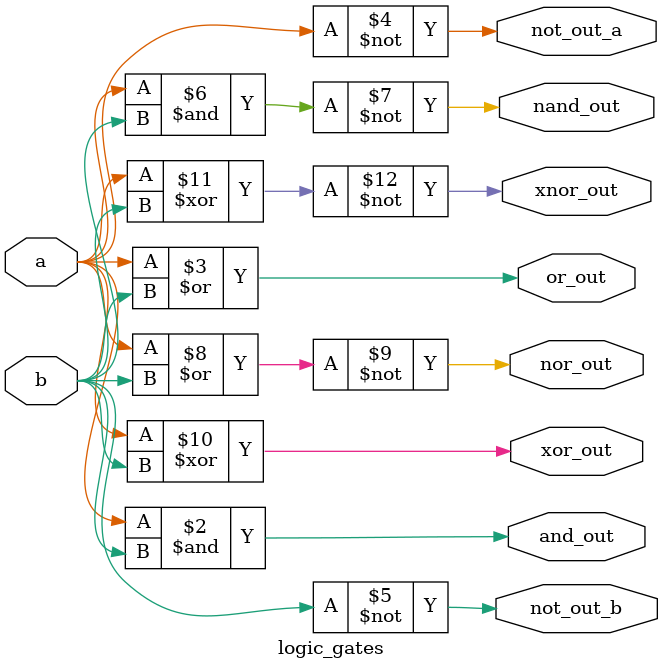
<source format=v>
module logic_gates (
    input a,
    input b,
    output reg and_out,
    output reg or_out,
    output reg not_out_a,
    output reg not_out_b,
    output reg nand_out,
    output reg nor_out,
    output reg xor_out,
    output reg xnor_out
);
    always @(*) begin
        and_out = a & b;
        or_out = a | b;
        not_out_a = ~a;
        not_out_b = ~b;
        nand_out = ~(a & b);
        nor_out = ~(a | b);
        xor_out = a ^ b;
        xnor_out = ~(a ^ b);
    end
endmodule
</source>
